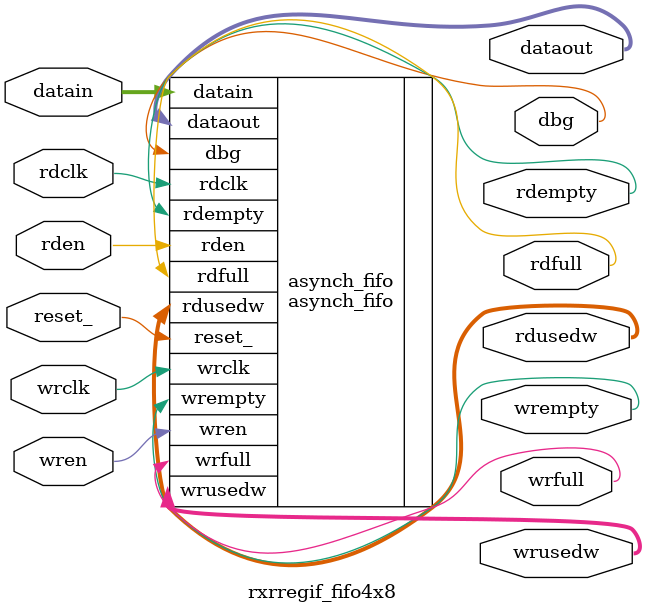
<source format=v>


`timescale 1ns / 1ps
module rxrregif_fifo4x8 # (parameter WIDTH = 8,         
								DEPTH = 4,
								PTR	= 2 )          

		  (
			input wire reset_,                                   //i,                                                        
			                                                                                                                 
			input  wire 				wrclk,                   //i, Clk for writing data                                   
			input  wire 				wren,                    //i, request to write                                       
			input  wire [WIDTH-1 : 0]	datain,                  //i, Data coming in                                           
			output wire					wrfull,                  //o, indicates fifo is full or not (To avoid overiding)     
			output wire 			 	wrempty,                 //o, indicates fifo is empty or not (to avoid underflow)      
			output wire	[PTR  : 0]		wrusedw,                 //o, number of slots currently in use for writting          
                                                                                                                             
                                                                                                                             
			                                                                                                                 
			input  wire 				rdclk,                   //i, Clk for reading data                                   
			input  wire 				rden,                    //i, Request to read from FIFO                              
			output wire [WIDTH-1 : 0]	dataout,                 //o, Data coming out                                        
			output wire 				rdfull,                  //o, indicates fifo is full or not (To avoid overiding)     
			output wire 					rdempty,             //o, indicates fifo is empty or not (to avoid underflow)    
			output wire [PTR  : 0] 	rdusedw,                     //o, number of slots currently in use for reading           
                                                                                                                             
			                                                                                                                 
			output wire dbg                                      //o,                                                        
                                                                                                                                            
);                                                                                                                                          
                                                                                                                                            
                                                                                                                                            
			                                                                                                                                
			                                                                                                                                
asynch_fifo # ( .WIDTH(WIDTH),                                                                                                              
								.DEPTH(DEPTH),                                                                                              
								.PTR(PTR) )                                                                                                 
                                                                                                                                            
asynch_fifo		  (                                                                                                                         
			.reset_(reset_),                                                                                                                
			                                                                                                                                
			.wrclk(wrclk),                                                  // Clk for writing data                                         
			.wren(wren),                                                    // request to write                                             
			.datain(datain),                                               	// Data coming in                                               
			.wrfull(wrfull),                                                // indicates fifo is full or not (To avoid overiding)           
			.wrempty(wrempty),                                             	// indicates fifo is empty or not (to avoid underflow)          
			.wrusedw(wrusedw),                                              // number of slots currently in use for writting                
                                                                                                                                            
                                                                                                                                            
			                                                              // Clk for reading data                                           
			.rdclk(rdclk),                                                // Request to read from FIFO                                      
			.rden(rden),                                                  // Data coming out                                                
			.dataout(dataout),                                            // indicates fifo is full or not (To avoid overiding)             
			.rdfull(rdfull),                                              // indicates fifo is empty or not (to avoid underflow)            
			.rdempty(rdempty),                                            // number of slots currently in use for reading                   
			.rdusedw(rdusedw),    

			
			.dbg(dbg)

);			
			
			
			
			
endmodule




</source>
